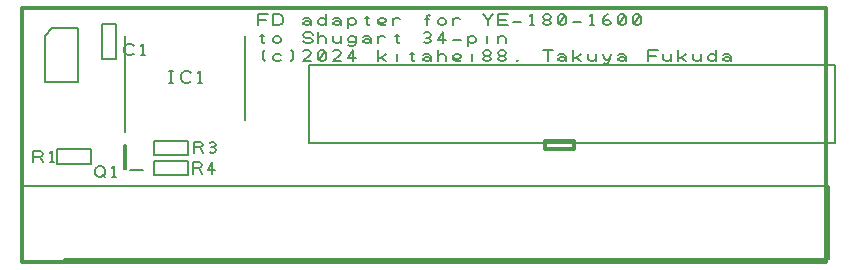
<source format=gbr>
G04 DesignSpark PCB Gerber Version 11.0 Build 5877*
%FSLAX35Y35*%
%MOIN*%
%ADD82C,0.00500*%
%ADD93C,0.00787*%
%ADD15C,0.00800*%
%ADD10C,0.01200*%
X0Y0D02*
D02*
D10*
X1083Y600D02*
X269075D01*
Y85314D01*
X1083D01*
Y600D01*
X175442Y38112D02*
Y40925D01*
X185132D01*
Y38112D01*
X175442D01*
D02*
D15*
X96567Y40022D02*
X272067D01*
Y66022D01*
X96567D01*
Y40022D01*
D02*
D82*
X4763Y33735D02*
Y37485D01*
X6950D01*
X7576Y37173D01*
X7888Y36548D01*
X7576Y35923D01*
X6950Y35610D01*
X4763D01*
X6950D02*
X7888Y33735D01*
X10388D02*
X11638D01*
X11013D02*
Y37485D01*
X10388Y36860D01*
X12774Y33227D02*
Y38052D01*
X24141D01*
Y33227D01*
X12774D01*
X19641Y78368D02*
Y60376D01*
X8641D01*
Y75868D01*
X11141Y78368D01*
X19641D01*
X25394Y29983D02*
Y31233D01*
X25707Y31859D01*
X26020Y32171D01*
X26644Y32483D01*
X27270D01*
X27894Y32171D01*
X28207Y31859D01*
X28520Y31233D01*
Y29983D01*
X28207Y29359D01*
X27894Y29046D01*
X27270Y28733D01*
X26644D01*
X26020Y29046D01*
X25707Y29359D01*
X25394Y29983D01*
X27582Y29671D02*
X28520Y28733D01*
X31020D02*
X32270D01*
X31644D02*
Y32483D01*
X31020Y31859D01*
X32467Y68317D02*
X27643D01*
Y79684D01*
X32467D01*
Y68317D01*
X38209Y69996D02*
X37896Y69684D01*
X37271Y69371D01*
X36333D01*
X35709Y69684D01*
X35396Y69996D01*
X35083Y70621D01*
Y71871D01*
X35396Y72496D01*
X35709Y72809D01*
X36333Y73121D01*
X37271D01*
X37896Y72809D01*
X38209Y72496D01*
X40709Y69371D02*
X41959D01*
X41333D02*
Y73121D01*
X40709Y72496D01*
X44971Y36041D02*
Y40865D01*
X56338D01*
Y36041D01*
X44971D01*
X50089Y60306D02*
X51339D01*
X50715D02*
Y64056D01*
X50089D02*
X51339D01*
X57277Y60931D02*
X56965Y60619D01*
X56339Y60306D01*
X55402D01*
X54777Y60619D01*
X54465Y60931D01*
X54152Y61556D01*
Y62806D01*
X54465Y63431D01*
X54777Y63744D01*
X55402Y64056D01*
X56339D01*
X56965Y63744D01*
X57277Y63431D01*
X59777Y60306D02*
X61027D01*
X60402D02*
Y64056D01*
X59777Y63431D01*
X56459Y34244D02*
Y29419D01*
X45092D01*
Y34244D01*
X56459D01*
X57905Y29984D02*
Y33734D01*
X60092D01*
X60717Y33422D01*
X61030Y32796D01*
X60717Y32172D01*
X60092Y31859D01*
X57905D01*
X60092D02*
X61030Y29984D01*
X64467D02*
Y33734D01*
X62905Y31234D01*
X65405D01*
X58217Y36861D02*
Y40611D01*
X60405D01*
X61030Y40299D01*
X61343Y39674D01*
X61030Y39049D01*
X60405Y38736D01*
X58217D01*
X60405D02*
X61343Y36861D01*
X63530Y37174D02*
X64155Y36861D01*
X64780D01*
X65405Y37174D01*
X65717Y37799D01*
X65405Y38424D01*
X64780Y38736D01*
X64155D01*
X64780D02*
X65405Y39049D01*
X65717Y39674D01*
X65405Y40299D01*
X64780Y40611D01*
X64155D01*
X63530Y40299D01*
X79787Y79374D02*
Y83124D01*
X82912D01*
X82287Y81250D02*
X79787D01*
X84787Y79374D02*
Y83124D01*
X86662D01*
X87287Y82812D01*
X87599Y82500D01*
X87912Y81874D01*
Y80624D01*
X87599Y80000D01*
X87287Y79687D01*
X86662Y79374D01*
X84787D01*
X94787Y81562D02*
X95412Y81874D01*
X96349D01*
X96974Y81562D01*
X97287Y80937D01*
Y80000D01*
X96974Y79687D01*
X96349Y79374D01*
X95724D01*
X95099Y79687D01*
X94787Y80000D01*
Y80312D01*
X95099Y80624D01*
X95724Y80937D01*
X96349D01*
X96974Y80624D01*
X97287Y80312D01*
Y80000D02*
Y79374D01*
X102287Y80937D02*
X101974Y81562D01*
X101349Y81874D01*
X100724D01*
X100099Y81562D01*
X99787Y80937D01*
Y80312D01*
X100099Y79687D01*
X100724Y79374D01*
X101349D01*
X101974Y79687D01*
X102287Y80312D01*
Y79374D02*
Y83124D01*
X104787Y81562D02*
X105412Y81874D01*
X106349D01*
X106974Y81562D01*
X107287Y80937D01*
Y80000D01*
X106974Y79687D01*
X106349Y79374D01*
X105724D01*
X105099Y79687D01*
X104787Y80000D01*
Y80312D01*
X105099Y80624D01*
X105724Y80937D01*
X106349D01*
X106974Y80624D01*
X107287Y80312D01*
Y80000D02*
Y79374D01*
X109787Y81874D02*
Y78437D01*
Y80312D02*
X110099Y79687D01*
X110724Y79374D01*
X111349D01*
X111974Y79687D01*
X112287Y80312D01*
Y80937D01*
X111974Y81562D01*
X111349Y81874D01*
X110724D01*
X110099Y81562D01*
X109787Y80937D01*
Y80312D01*
X115307Y81874D02*
X116766D01*
X116037Y82500D02*
Y79687D01*
X116349Y79374D01*
X116662D01*
X116974Y79687D01*
X122287D02*
X121974Y79374D01*
X121349D01*
X120724D01*
X120099Y79687D01*
X119787Y80312D01*
Y81250D01*
X120099Y81562D01*
X120724Y81874D01*
X121349D01*
X121974Y81562D01*
X122287Y81250D01*
Y80937D01*
X121974Y80624D01*
X121349Y80312D01*
X120724D01*
X120099Y80624D01*
X119787Y80937D01*
X124787Y79374D02*
Y81874D01*
Y80937D02*
X125099Y81562D01*
X125724Y81874D01*
X126349D01*
X126974Y81562D01*
X136037Y79374D02*
Y82500D01*
X136349Y82812D01*
X136662D01*
X136974Y82500D01*
X135412Y81562D02*
X136662D01*
X139787Y80312D02*
X140099Y79687D01*
X140724Y79374D01*
X141349D01*
X141974Y79687D01*
X142287Y80312D01*
Y80937D01*
X141974Y81562D01*
X141349Y81874D01*
X140724D01*
X140099Y81562D01*
X139787Y80937D01*
Y80312D01*
X144787Y79374D02*
Y81874D01*
Y80937D02*
X145099Y81562D01*
X145724Y81874D01*
X146349D01*
X146974Y81562D01*
X156349Y79374D02*
Y81250D01*
X154787Y83124D01*
X156349Y81250D02*
X157912Y83124D01*
X159787Y79374D02*
Y83124D01*
X162912D01*
X162287Y81250D02*
X159787D01*
Y79374D02*
X162912D01*
X164787Y80624D02*
X167287D01*
X170412Y79374D02*
X171662D01*
X171037D02*
Y83124D01*
X170412Y82500D01*
X175724Y81250D02*
X176349D01*
X176974Y81562D01*
X177287Y82187D01*
X176974Y82812D01*
X176349Y83124D01*
X175724D01*
X175099Y82812D01*
X174787Y82187D01*
X175099Y81562D01*
X175724Y81250D01*
X175099Y80937D01*
X174787Y80312D01*
X175099Y79687D01*
X175724Y79374D01*
X176349D01*
X176974Y79687D01*
X177287Y80312D01*
X176974Y80937D01*
X176349Y81250D01*
X180099Y79687D02*
X180724Y79374D01*
X181349D01*
X181974Y79687D01*
X182287Y80312D01*
Y82187D01*
X181974Y82812D01*
X181349Y83124D01*
X180724D01*
X180099Y82812D01*
X179787Y82187D01*
Y80312D01*
X180099Y79687D01*
X181974Y82812D01*
X184787Y80624D02*
X187287D01*
X190412Y79374D02*
X191662D01*
X191037D02*
Y83124D01*
X190412Y82500D01*
X194787Y80312D02*
X195099Y80937D01*
X195724Y81250D01*
X196349D01*
X196974Y80937D01*
X197287Y80312D01*
X196974Y79687D01*
X196349Y79374D01*
X195724D01*
X195099Y79687D01*
X194787Y80312D01*
Y81250D01*
X195099Y82187D01*
X195724Y82812D01*
X196349Y83124D01*
X200099Y79687D02*
X200724Y79374D01*
X201349D01*
X201974Y79687D01*
X202287Y80312D01*
Y82187D01*
X201974Y82812D01*
X201349Y83124D01*
X200724D01*
X200099Y82812D01*
X199787Y82187D01*
Y80312D01*
X200099Y79687D01*
X201974Y82812D01*
X205099Y79687D02*
X205724Y79374D01*
X206349D01*
X206974Y79687D01*
X207287Y80312D01*
Y82187D01*
X206974Y82812D01*
X206349Y83124D01*
X205724D01*
X205099Y82812D01*
X204787Y82187D01*
Y80312D01*
X205099Y79687D01*
X206974Y82812D01*
X80307Y75874D02*
X81766D01*
X81037Y76500D02*
Y73687D01*
X81349Y73374D01*
X81662D01*
X81974Y73687D01*
X84787Y74312D02*
X85099Y73687D01*
X85724Y73374D01*
X86349D01*
X86974Y73687D01*
X87287Y74312D01*
Y74937D01*
X86974Y75562D01*
X86349Y75874D01*
X85724D01*
X85099Y75562D01*
X84787Y74937D01*
Y74312D01*
X94787D02*
X95099Y73687D01*
X95724Y73374D01*
X96974D01*
X97599Y73687D01*
X97912Y74312D01*
X97599Y74937D01*
X96974Y75250D01*
X95724D01*
X95099Y75562D01*
X94787Y76187D01*
X95099Y76812D01*
X95724Y77124D01*
X96974D01*
X97599Y76812D01*
X97912Y76187D01*
X99787Y73374D02*
Y77124D01*
Y74937D02*
X100099Y75562D01*
X100724Y75874D01*
X101349D01*
X101974Y75562D01*
X102287Y74937D01*
Y73374D01*
X104787Y75874D02*
Y74312D01*
X105099Y73687D01*
X105724Y73374D01*
X106349D01*
X106974Y73687D01*
X107287Y74312D01*
Y75874D02*
Y73374D01*
X112287Y74937D02*
X111974Y75562D01*
X111349Y75874D01*
X110724D01*
X110099Y75562D01*
X109787Y74937D01*
Y74624D01*
X110099Y74000D01*
X110724Y73687D01*
X111349D01*
X111974Y74000D01*
X112287Y74624D01*
Y75874D02*
Y73374D01*
X111974Y72750D01*
X111349Y72437D01*
X110412D01*
X109787Y72750D01*
X114787Y75562D02*
X115412Y75874D01*
X116349D01*
X116974Y75562D01*
X117287Y74937D01*
Y74000D01*
X116974Y73687D01*
X116349Y73374D01*
X115724D01*
X115099Y73687D01*
X114787Y74000D01*
Y74312D01*
X115099Y74624D01*
X115724Y74937D01*
X116349D01*
X116974Y74624D01*
X117287Y74312D01*
Y74000D02*
Y73374D01*
X119787D02*
Y75874D01*
Y74937D02*
X120099Y75562D01*
X120724Y75874D01*
X121349D01*
X121974Y75562D01*
X125307Y75874D02*
X126766D01*
X126037Y76500D02*
Y73687D01*
X126349Y73374D01*
X126662D01*
X126974Y73687D01*
X135099D02*
X135724Y73374D01*
X136349D01*
X136974Y73687D01*
X137287Y74312D01*
X136974Y74937D01*
X136349Y75250D01*
X135724D01*
X136349D02*
X136974Y75562D01*
X137287Y76187D01*
X136974Y76812D01*
X136349Y77124D01*
X135724D01*
X135099Y76812D01*
X141349Y73374D02*
Y77124D01*
X139787Y74624D01*
X142287D01*
X144787D02*
X147287D01*
X149787Y75874D02*
Y72437D01*
Y74312D02*
X150099Y73687D01*
X150724Y73374D01*
X151349D01*
X151974Y73687D01*
X152287Y74312D01*
Y74937D01*
X151974Y75562D01*
X151349Y75874D01*
X150724D01*
X150099Y75562D01*
X149787Y74937D01*
Y74312D01*
X156037Y73374D02*
Y75874D01*
Y76812D02*
X159787Y73374D02*
Y75874D01*
Y74937D02*
X160099Y75562D01*
X160724Y75874D01*
X161349D01*
X161974Y75562D01*
X162287Y74937D01*
Y73374D01*
X81974Y67374D02*
X81349Y68312D01*
Y70500D01*
X81974Y71124D01*
X87287Y69562D02*
X86662Y69874D01*
X85724D01*
X85099Y69562D01*
X84787Y68937D01*
Y68312D01*
X85099Y67687D01*
X85724Y67374D01*
X86662D01*
X87287Y67687D01*
X90724Y67374D02*
X91349Y68312D01*
Y70500D01*
X90724Y71124D01*
X97287Y67374D02*
X94787D01*
X96974Y69562D01*
X97287Y70187D01*
X96974Y70812D01*
X96349Y71124D01*
X95412D01*
X94787Y70812D01*
X100099Y67687D02*
X100724Y67374D01*
X101349D01*
X101974Y67687D01*
X102287Y68312D01*
Y70187D01*
X101974Y70812D01*
X101349Y71124D01*
X100724D01*
X100099Y70812D01*
X99787Y70187D01*
Y68312D01*
X100099Y67687D01*
X101974Y70812D01*
X107287Y67374D02*
X104787D01*
X106974Y69562D01*
X107287Y70187D01*
X106974Y70812D01*
X106349Y71124D01*
X105412D01*
X104787Y70812D01*
X111349Y67374D02*
Y71124D01*
X109787Y68624D01*
X112287D01*
X119787Y67374D02*
Y71124D01*
Y68624D02*
X120724D01*
X122287Y69874D01*
X120724Y68624D02*
X122287Y67374D01*
X126037D02*
Y69874D01*
Y70812D02*
X130307Y69874D02*
X131766D01*
X131037Y70500D02*
Y67687D01*
X131349Y67374D01*
X131662D01*
X131974Y67687D01*
X134787Y69562D02*
X135412Y69874D01*
X136349D01*
X136974Y69562D01*
X137287Y68937D01*
Y68000D01*
X136974Y67687D01*
X136349Y67374D01*
X135724D01*
X135099Y67687D01*
X134787Y68000D01*
Y68312D01*
X135099Y68624D01*
X135724Y68937D01*
X136349D01*
X136974Y68624D01*
X137287Y68312D01*
Y68000D02*
Y67374D01*
X139787D02*
Y71124D01*
Y68937D02*
X140099Y69562D01*
X140724Y69874D01*
X141349D01*
X141974Y69562D01*
X142287Y68937D01*
Y67374D01*
X147287Y67687D02*
X146974Y67374D01*
X146349D01*
X145724D01*
X145099Y67687D01*
X144787Y68312D01*
Y69250D01*
X145099Y69562D01*
X145724Y69874D01*
X146349D01*
X146974Y69562D01*
X147287Y69250D01*
Y68937D01*
X146974Y68624D01*
X146349Y68312D01*
X145724D01*
X145099Y68624D01*
X144787Y68937D01*
X151037Y67374D02*
Y69874D01*
Y70812D02*
X155724Y69250D02*
X156349D01*
X156974Y69562D01*
X157287Y70187D01*
X156974Y70812D01*
X156349Y71124D01*
X155724D01*
X155099Y70812D01*
X154787Y70187D01*
X155099Y69562D01*
X155724Y69250D01*
X155099Y68937D01*
X154787Y68312D01*
X155099Y67687D01*
X155724Y67374D01*
X156349D01*
X156974Y67687D01*
X157287Y68312D01*
X156974Y68937D01*
X156349Y69250D01*
X160724D02*
X161349D01*
X161974Y69562D01*
X162287Y70187D01*
X161974Y70812D01*
X161349Y71124D01*
X160724D01*
X160099Y70812D01*
X159787Y70187D01*
X160099Y69562D01*
X160724Y69250D01*
X160099Y68937D01*
X159787Y68312D01*
X160099Y67687D01*
X160724Y67374D01*
X161349D01*
X161974Y67687D01*
X162287Y68312D01*
X161974Y68937D01*
X161349Y69250D01*
X166037Y67374D02*
X166349Y67687D01*
Y68000D01*
X176349Y67374D02*
Y71124D01*
X174787D02*
X177912D01*
X179787Y69562D02*
X180412Y69874D01*
X181349D01*
X181974Y69562D01*
X182287Y68937D01*
Y68000D01*
X181974Y67687D01*
X181349Y67374D01*
X180724D01*
X180099Y67687D01*
X179787Y68000D01*
Y68312D01*
X180099Y68624D01*
X180724Y68937D01*
X181349D01*
X181974Y68624D01*
X182287Y68312D01*
Y68000D02*
Y67374D01*
X184787D02*
Y71124D01*
Y68624D02*
X185724D01*
X187287Y69874D01*
X185724Y68624D02*
X187287Y67374D01*
X189787Y69874D02*
Y68312D01*
X190099Y67687D01*
X190724Y67374D01*
X191349D01*
X191974Y67687D01*
X192287Y68312D01*
Y69874D02*
Y67374D01*
X194787Y69874D02*
X195099Y68624D01*
X195724Y68000D01*
X196349D01*
X196974Y68624D01*
X197287Y69874D01*
X196974Y68624D02*
X196662Y67374D01*
X196349Y66750D01*
X195724Y66437D01*
X195099Y66750D01*
X199787Y69562D02*
X200412Y69874D01*
X201349D01*
X201974Y69562D01*
X202287Y68937D01*
Y68000D01*
X201974Y67687D01*
X201349Y67374D01*
X200724D01*
X200099Y67687D01*
X199787Y68000D01*
Y68312D01*
X200099Y68624D01*
X200724Y68937D01*
X201349D01*
X201974Y68624D01*
X202287Y68312D01*
Y68000D02*
Y67374D01*
X209787D02*
Y71124D01*
X212912D01*
X212287Y69250D02*
X209787D01*
X214787Y69874D02*
Y68312D01*
X215099Y67687D01*
X215724Y67374D01*
X216349D01*
X216974Y67687D01*
X217287Y68312D01*
Y69874D02*
Y67374D01*
X219787D02*
Y71124D01*
Y68624D02*
X220724D01*
X222287Y69874D01*
X220724Y68624D02*
X222287Y67374D01*
X224787Y69874D02*
Y68312D01*
X225099Y67687D01*
X225724Y67374D01*
X226349D01*
X226974Y67687D01*
X227287Y68312D01*
Y69874D02*
Y67374D01*
X232287Y68937D02*
X231974Y69562D01*
X231349Y69874D01*
X230724D01*
X230099Y69562D01*
X229787Y68937D01*
Y68312D01*
X230099Y67687D01*
X230724Y67374D01*
X231349D01*
X231974Y67687D01*
X232287Y68312D01*
Y67374D02*
Y71124D01*
X234787Y69562D02*
X235412Y69874D01*
X236349D01*
X236974Y69562D01*
X237287Y68937D01*
Y68000D01*
X236974Y67687D01*
X236349Y67374D01*
X235724D01*
X235099Y67687D01*
X234787Y68000D01*
Y68312D01*
X235099Y68624D01*
X235724Y68937D01*
X236349D01*
X236974Y68624D01*
X237287Y68312D01*
Y68000D02*
Y67374D01*
D02*
D93*
X15079Y1604D02*
X269862D01*
Y26013D01*
X1083D01*
Y8415D01*
X35404Y43964D02*
Y75869D01*
X35693Y31674D02*
X35102D01*
Y39548D01*
X35693D01*
Y31674D01*
X41205Y31083D02*
X37071D01*
X75404Y47869D02*
Y75869D01*
X0Y0D02*
M02*

</source>
